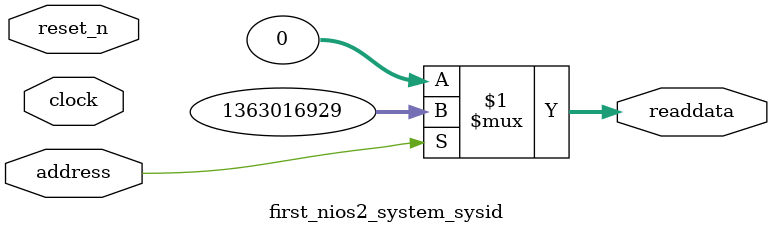
<source format=v>

`timescale 1ns / 1ps
// synthesis translate_on

// turn off superfluous verilog processor warnings 
// altera message_level Level1 
// altera message_off 10034 10035 10036 10037 10230 10240 10030 

module first_nios2_system_sysid (
               // inputs:
                address,
                clock,
                reset_n,

               // outputs:
                readdata
             )
;

  output  [ 31: 0] readdata;
  input            address;
  input            clock;
  input            reset_n;

  wire    [ 31: 0] readdata;
  //control_slave, which is an e_avalon_slave
  assign readdata = address ? 1363016929 : 0;

endmodule




</source>
